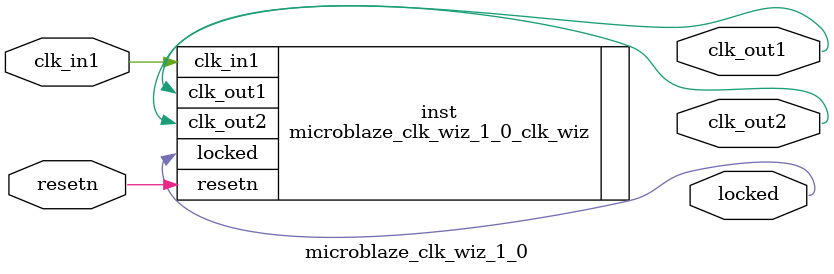
<source format=v>


`timescale 1ps/1ps

(* CORE_GENERATION_INFO = "microblaze_clk_wiz_1_0,clk_wiz_v5_4_1_0,{component_name=microblaze_clk_wiz_1_0,use_phase_alignment=true,use_min_o_jitter=false,use_max_i_jitter=false,use_dyn_phase_shift=false,use_inclk_switchover=false,use_dyn_reconfig=false,enable_axi=0,feedback_source=FDBK_AUTO,PRIMITIVE=MMCM,num_out_clk=2,clkin1_period=10.0,clkin2_period=10.0,use_power_down=false,use_reset=true,use_locked=true,use_inclk_stopped=false,feedback_type=SINGLE,CLOCK_MGR_TYPE=NA,manual_override=false}" *)

module microblaze_clk_wiz_1_0 
 (
  // Clock out ports
  output        clk_out1,
  output        clk_out2,
  // Status and control signals
  input         resetn,
  output        locked,
 // Clock in ports
  input         clk_in1
 );

  microblaze_clk_wiz_1_0_clk_wiz inst
  (
  // Clock out ports  
  .clk_out1(clk_out1),
  .clk_out2(clk_out2),
  // Status and control signals               
  .resetn(resetn), 
  .locked(locked),
 // Clock in ports
  .clk_in1(clk_in1)
  );

endmodule

</source>
